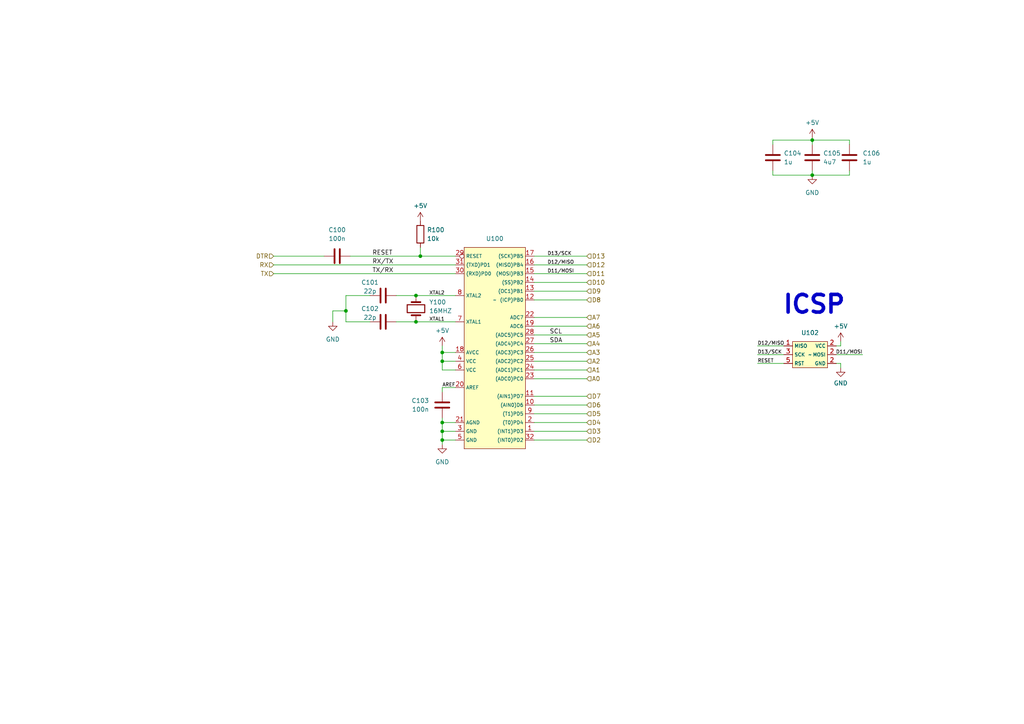
<source format=kicad_sch>
(kicad_sch (version 20230121) (generator eeschema)
  (paper "A4")
  (title_block (title "EEPROM Programer") (date "2024-06-21") (rev "1"))
  (lib_symbols
    (symbol "Device:C" (pin_numbers hide) (pin_names (offset 0.254))
      (property "Reference" "C" (at 0.635 2.54 0))
      (property "Value" "C" (at 0.635 -2.54 0))
      (symbol "C_0_1"
        (polyline (pts (xy -2.032 -0.762) (xy 2.032 -0.762)) (stroke (width 0.508)))
        (polyline (pts (xy -2.032 0.762) (xy 2.032 0.762)) (stroke (width 0.508)))
      )
      (symbol "C_1_1"
        (pin passive line (at 0 3.81 270) (length 2.794) (name "~") (number "1"))
        (pin passive line (at 0 -3.81 90) (length 2.794) (name "~") (number "2"))
      )
    )
    (symbol "Device:Crystal" (pin_numbers hide) (pin_names (offset 1.016) hide)
      (property "Reference" "Y" (at 0 3.81 0))
      (property "Value" "Crystal" (at 0 -3.81 0))
      (symbol "Crystal_0_1"
        (rectangle (start -1.143 2.54) (end 1.143 -2.54) (stroke (width 0.3048)))
        (polyline (pts (xy -2.54 0) (xy -1.905 0)))
        (polyline (pts (xy -1.905 -1.27) (xy -1.905 1.27)) (stroke (width 0.508)))
        (polyline (pts (xy 1.905 -1.27) (xy 1.905 1.27)) (stroke (width 0.508)))
        (polyline (pts (xy 2.54 0) (xy 1.905 0)))
      )
      (symbol "Crystal_1_1"
        (pin passive line (at -3.81 0 0) (length 1.27) (name "1") (number "1"))
        (pin passive line (at 3.81 0 180) (length 1.27) (name "2") (number "2"))
      )
    )
    (symbol "Device:R" (pin_numbers hide) (pin_names (offset 0))
      (property "Reference" "R" (at 2.032 0 90))
      (property "Value" "R" (at 0 0 90))
      (symbol "R_0_1"
        (rectangle (start -1.016 -2.54) (end 1.016 2.54) (stroke (width 0.254)))
      )
      (symbol "R_1_1"
        (pin passive line (at 0 3.81 270) (length 1.27) (name "~") (number "1"))
        (pin passive line (at 0 -3.81 90) (length 1.27) (name "~") (number "2"))
      )
    )
    (symbol "EEPROM_PROGRAMMER:ATMega328P-AU"
      (property "Reference" "U" (at 0 30.48 0))
      (symbol "ATMega328P-AU_1_1"
        (rectangle (start -8.89 29.21) (end 8.89 -29.21) (fill (type background)))
        (pin bidirectional line (at 11.43 -24.13 180) (length 2.54) (name "(INT1)PD3") (number "1"))
        (pin bidirectional line (at 11.43 -16.51 180) (length 2.54) (name "(AIN0)D6") (number "10"))
        (pin bidirectional line (at 11.43 -13.97 180) (length 2.54) (name "(AIN1)PD7") (number "11"))
        (pin bidirectional line (at 11.43 13.97 180) (length 2.54) (name "(ICP)PB0") (number "12"))
        (pin bidirectional line (at 11.43 16.51 180) (length 2.54) (name "(OC1)PB1") (number "13"))
        (pin bidirectional line (at 11.43 19.05 180) (length 2.54) (name "(SS)PB2") (number "14"))
        (pin bidirectional line (at 11.43 21.59 180) (length 2.54) (name "(MOSI)PB3") (number "15"))
        (pin bidirectional line (at 11.43 24.13 180) (length 2.54) (name "(MISO)PB4") (number "16"))
        (pin bidirectional line (at 11.43 26.67 180) (length 2.54) (name "(SCK)PB5") (number "17"))
        (pin input line (at -11.43 -1.27 0) (length 2.54) (name "AVCC") (number "18"))
        (pin bidirectional line (at 11.43 6.35 180) (length 2.54) (name "ADC6") (number "19"))
        (pin bidirectional line (at 11.43 -21.59 180) (length 2.54) (name "(T0)PD4") (number "2"))
        (pin input line (at -11.43 -11.43 0) (length 2.54) (name "AREF") (number "20"))
        (pin input line (at -11.43 -21.59 0) (length 2.54) (name "AGND") (number "21"))
        (pin bidirectional line (at 11.43 8.89 180) (length 2.54) (name "ADC7") (number "22"))
        (pin bidirectional line (at 11.43 -8.89 180) (length 2.54) (name "(ADC0)PC0") (number "23"))
        (pin bidirectional line (at 11.43 -6.35 180) (length 2.54) (name "(ADC1)PC1") (number "24"))
        (pin bidirectional line (at 11.43 -3.81 180) (length 2.54) (name "(ADC2)PC2") (number "25"))
        (pin bidirectional line (at 11.43 -1.27 180) (length 2.54) (name "(ADC3)PC3") (number "26"))
        (pin bidirectional line (at 11.43 1.27 180) (length 2.54) (name "(ADC4)PC4") (number "27"))
        (pin bidirectional line (at 11.43 3.81 180) (length 2.54) (name "(ADC5)PC5") (number "28"))
        (pin input inverted (at -11.43 26.67 0) (length 2.54) (name "RESET") (number "29"))
        (pin input line (at -11.43 -24.13 0) (length 2.54) (name "GND") (number "3"))
        (pin bidirectional line (at -11.43 21.59 0) (length 2.54) (name "(RXD)PD0") (number "30"))
        (pin bidirectional line (at -11.43 24.13 0) (length 2.54) (name "(TXD)PD1") (number "31"))
        (pin bidirectional line (at 11.43 -26.67 180) (length 2.54) (name "(INT0)PD2") (number "32"))
        (pin input line (at -11.43 -3.81 0) (length 2.54) (name "VCC") (number "4"))
        (pin input line (at -11.43 -26.67 0) (length 2.54) (name "GND") (number "5"))
        (pin input line (at -11.43 -6.35 0) (length 2.54) (name "VCC") (number "6"))
        (pin input line (at -11.43 7.62 0) (length 2.54) (name "XTAL1") (number "7"))
        (pin input line (at -11.43 15.24 0) (length 2.54) (name "XTAL2") (number "8"))
        (pin bidirectional line (at 11.43 -19.05 180) (length 2.54) (name "(T1)PD5") (number "9"))
      )
    )
    (symbol "EEPROM_PROGRAMMER:ICSP"
      (property "Reference" "U" (at 0 5.08 0))
      (symbol "ICSP_1_1"
        (rectangle (start -5.08 3.81) (end 5.08 -3.81) (fill (type background)))
        (pin input line (at -7.62 2.54 0) (length 2.54) (name "MISO") (number "1"))
        (pin input line (at 7.62 -2.54 180) (length 2.54) (name "GND") (number "2"))
        (pin input line (at 7.62 0 180) (length 2.54) (name "MOSI") (number "2"))
        (pin input line (at 7.62 2.54 180) (length 2.54) (name "VCC") (number "2"))
        (pin input line (at -7.62 0 0) (length 2.54) (name "SCK") (number "3"))
        (pin input line (at -7.62 -2.54 0) (length 2.54) (name "RST") (number "5"))
      )
    )
    (symbol "power:+5V" (power) (pin_names (offset 0))
      (property "Value" "+5V" (at 0 3.556 0))
      (symbol "+5V_0_1"
        (polyline (pts (xy -0.762 1.27) (xy 0 2.54)))
        (polyline (pts (xy 0 0) (xy 0 2.54)))
        (polyline (pts (xy 0 2.54) (xy 0.762 1.27)))
      )
      (symbol "+5V_1_1"
        (pin power_in line (at 0 0 90) (length 0) hide (name "+5V") (number "1"))
      )
    )
    (symbol "power:GND" (power) (pin_names (offset 0))
      (property "Value" "GND" (at 0 -3.81 0))
      (symbol "GND_0_1"
        (polyline (pts (xy 0 0) (xy 0 -1.27) (xy 1.27 -1.27) (xy 0 -2.54) (xy -1.27 -1.27) (xy 0 -1.27)))
      )
      (symbol "GND_1_1"
        (pin power_in line (at 0 0 270) (length 0) hide (name "GND") (number "1"))
      )
    )
  )
  (junction (at 120.65 93.345))
  (junction (at 120.65 85.725))
  (junction (at 128.27 127.635))
  (junction (at 235.585 50.8))
  (junction (at 128.27 125.095))
  (junction (at 235.585 40.64))
  (junction (at 128.27 104.775))
  (junction (at 100.33 90.17))
  (junction (at 121.92 74.295))
  (junction (at 128.27 122.555))
  (junction (at 128.27 102.235))
  (wire (pts (xy 128.27 127.635) (xy 128.27 128.905)))
  (wire (pts (xy 243.84 99.06) (xy 243.84 100.33)))
  (wire (pts (xy 154.94 122.555) (xy 170.18 122.555)))
  (wire (pts (xy 235.585 50.8) (xy 246.38 50.8)))
  (wire (pts (xy 246.38 40.64) (xy 246.38 41.91)))
  (wire (pts (xy 154.94 81.915) (xy 170.18 81.915)))
  (wire (pts (xy 235.585 40.64) (xy 235.585 41.91)))
  (wire (pts (xy 96.52 90.17) (xy 100.33 90.17)))
  (wire (pts (xy 114.935 93.345) (xy 120.65 93.345)))
  (wire (pts (xy 154.94 104.775) (xy 170.18 104.775)))
  (wire (pts (xy 224.155 50.8) (xy 235.585 50.8)))
  (wire (pts (xy 246.38 49.53) (xy 246.38 50.8)))
  (wire (pts (xy 79.375 76.835) (xy 132.08 76.835)))
  (wire (pts (xy 128.27 122.555) (xy 128.27 125.095)))
  (wire (pts (xy 154.94 74.295) (xy 170.18 74.295)))
  (wire (pts (xy 100.33 85.725) (xy 100.33 90.17)))
  (wire (pts (xy 154.94 120.015) (xy 170.18 120.015)))
  (wire (pts (xy 121.92 74.295) (xy 132.08 74.295)))
  (wire (pts (xy 154.94 92.075) (xy 170.18 92.075)))
  (wire (pts (xy 154.94 99.695) (xy 170.18 99.695)))
  (wire (pts (xy 224.155 40.64) (xy 235.585 40.64)))
  (wire (pts (xy 79.375 79.375) (xy 132.08 79.375)))
  (wire (pts (xy 128.27 112.395) (xy 128.27 113.665)))
  (wire (pts (xy 121.92 71.755) (xy 121.92 74.295)))
  (wire (pts (xy 219.71 102.87) (xy 227.33 102.87)))
  (wire (pts (xy 242.57 100.33) (xy 243.84 100.33)))
  (wire (pts (xy 154.94 109.855) (xy 170.18 109.855)))
  (wire (pts (xy 120.65 85.725) (xy 132.08 85.725)))
  (wire (pts (xy 154.94 107.315) (xy 170.18 107.315)))
  (wire (pts (xy 219.71 105.41) (xy 227.33 105.41)))
  (wire (pts (xy 235.585 49.53) (xy 235.585 50.8)))
  (wire (pts (xy 128.27 121.285) (xy 128.27 122.555)))
  (wire (pts (xy 128.27 122.555) (xy 132.08 122.555)))
  (wire (pts (xy 128.27 102.235) (xy 128.27 104.775)))
  (wire (pts (xy 114.935 85.725) (xy 120.65 85.725)))
  (wire (pts (xy 79.375 74.295) (xy 93.98 74.295)))
  (wire (pts (xy 100.33 90.17) (xy 100.33 93.345)))
  (wire (pts (xy 154.94 114.935) (xy 170.18 114.935)))
  (wire (pts (xy 154.94 94.615) (xy 170.18 94.615)))
  (wire (pts (xy 154.94 127.635) (xy 170.18 127.635)))
  (wire (pts (xy 243.84 105.41) (xy 243.84 106.68)))
  (wire (pts (xy 224.155 40.64) (xy 224.155 41.91)))
  (wire (pts (xy 154.94 76.835) (xy 170.18 76.835)))
  (wire (pts (xy 101.6 74.295) (xy 121.92 74.295)))
  (wire (pts (xy 128.27 125.095) (xy 128.27 127.635)))
  (wire (pts (xy 154.94 125.095) (xy 170.18 125.095)))
  (wire (pts (xy 219.71 100.33) (xy 227.33 100.33)))
  (wire (pts (xy 96.52 90.17) (xy 96.52 93.345)))
  (wire (pts (xy 154.94 86.995) (xy 170.18 86.995)))
  (wire (pts (xy 128.27 102.235) (xy 132.08 102.235)))
  (wire (pts (xy 128.27 125.095) (xy 132.08 125.095)))
  (wire (pts (xy 154.94 117.475) (xy 170.18 117.475)))
  (wire (pts (xy 154.94 79.375) (xy 170.18 79.375)))
  (wire (pts (xy 128.27 107.315) (xy 132.08 107.315)))
  (wire (pts (xy 235.585 40.005) (xy 235.585 40.64)))
  (wire (pts (xy 235.585 40.64) (xy 246.38 40.64)))
  (wire (pts (xy 128.27 100.33) (xy 128.27 102.235)))
  (wire (pts (xy 128.27 112.395) (xy 132.08 112.395)))
  (wire (pts (xy 154.94 102.235) (xy 170.18 102.235)))
  (wire (pts (xy 154.94 97.155) (xy 170.18 97.155)))
  (wire (pts (xy 128.27 127.635) (xy 132.08 127.635)))
  (wire (pts (xy 154.94 84.455) (xy 170.18 84.455)))
  (wire (pts (xy 242.57 105.41) (xy 243.84 105.41)))
  (wire (pts (xy 128.27 104.775) (xy 132.08 104.775)))
  (wire (pts (xy 100.33 93.345) (xy 107.315 93.345)))
  (wire (pts (xy 128.27 104.775) (xy 128.27 107.315)))
  (wire (pts (xy 224.155 49.53) (xy 224.155 50.8)))
  (wire (pts (xy 120.65 93.345) (xy 132.08 93.345)))
  (wire (pts (xy 242.57 102.87) (xy 250.19 102.87)))
  (wire (pts (xy 100.33 85.725) (xy 107.315 85.725)))
  (text "ICSP" (at 226.695 91.44 0) (effects (font (size 5.12 5.12) (thickness 1.024) bold) (justify left bottom)))
  (label "AREF" (at 128.27 112.395 0) (effects (font (size 1 1))))
  (label "XTAL1" (at 124.46 93.345 0) (effects (font (size 1 1))))
  (label "D13{slash}SCK" (at 158.75 74.295 0) (effects (font (size 1 1))))
  (label "TX{slash}RX" (at 107.95 79.375 0))
  (label "RESET" (at 219.71 105.41 0) (effects (font (size 1 1))))
  (label "D12{slash}MISO" (at 219.71 100.33 0) (effects (font (size 1 1))))
  (label "RX{slash}TX" (at 107.95 76.835 0))
  (label "D11{slash}MOSI" (at 250.19 102.87 180) (effects (font (size 1 1))))
  (label "RESET" (at 107.95 74.295 0))
  (label "SCL" (at 159.385 97.155 0))
  (label "D12{slash}MISO" (at 158.75 76.835 0) (effects (font (size 1 1))))
  (label "D13{slash}SCK" (at 219.71 102.87 0) (effects (font (size 1 1))))
  (label "XTAL2" (at 124.46 85.725 0) (effects (font (size 1 1))))
  (label "D11{slash}MOSI" (at 158.75 79.375 0) (effects (font (size 1 1))))
  (label "SDA" (at 159.385 99.695 0))
  (hierarchical_label "D4" (shape input) (at 170.18 122.555 0))
  (hierarchical_label "A0" (shape input) (at 170.18 109.855 0))
  (hierarchical_label "D3" (shape input) (at 170.18 125.095 0))
  (hierarchical_label "A2" (shape input) (at 170.18 104.775 0))
  (hierarchical_label "D10" (shape input) (at 170.18 81.915 0))
  (hierarchical_label "D9" (shape input) (at 170.18 84.455 0))
  (hierarchical_label "A1" (shape input) (at 170.18 107.315 0))
  (hierarchical_label "D6" (shape input) (at 170.18 117.475 0))
  (hierarchical_label "D8" (shape input) (at 170.18 86.995 0))
  (hierarchical_label "D11" (shape input) (at 170.18 79.375 0))
  (hierarchical_label "RX" (shape input) (at 79.375 76.835 180))
  (hierarchical_label "DTR" (shape input) (at 79.375 74.295 180))
  (hierarchical_label "D13" (shape input) (at 170.18 74.295 0))
  (hierarchical_label "D2" (shape input) (at 170.18 127.635 0))
  (hierarchical_label "D5" (shape input) (at 170.18 120.015 0))
  (hierarchical_label "A4" (shape input) (at 170.18 99.695 0))
  (hierarchical_label "A7" (shape input) (at 170.18 92.075 0))
  (hierarchical_label "TX" (shape input) (at 79.375 79.375 180))
  (hierarchical_label "D12" (shape input) (at 170.18 76.835 0))
  (hierarchical_label "D7" (shape input) (at 170.18 114.935 0))
  (hierarchical_label "A5" (shape input) (at 170.18 97.155 0))
  (hierarchical_label "A6" (shape input) (at 170.18 94.615 0))
  (hierarchical_label "A3" (shape input) (at 170.18 102.235 0))
  (symbol (lib_id "EEPROM_PROGRAMMER:ATMega328P-AU") (at 143.51 100.965 0) (unit 1)
    (property "Reference" "U100" (at 143.51 69.215 0))
    (property "Value" "~" (at 143.51 86.995 0))
    (property "Datasheet" "https://www.electrokit.com/upload/product/41012/41012174/0900766b80db4deb.pdf" (effects hide))
  )
  (symbol (lib_id "power:+5V") (at 121.92 64.135 0) (unit 1)
    (property "Reference" "#PWR06" (effects hide))
    (property "Value" "+5V" (at 121.92 59.69 0))
  )
  (symbol (lib_id "power:GND") (at 235.585 50.8 0) (unit 1)
    (property "Reference" "#PWR010" (effects hide))
    (property "Value" "GND" (at 235.585 55.88 0))
  )
  (symbol (lib_id "Device:C") (at 128.27 117.475 0) (mirror y) (unit 1)
    (property "Reference" "C103" (at 124.46 116.205 0) (effects (justify left)))
    (property "Value" "100n" (at 124.46 118.745 0) (effects (justify left)))
    (property "Footprint" "Capacitor_SMD:C_0805_2012Metric_Pad1.18x1.45mm_HandSolder" (effects hide))
  )
  (symbol (lib_id "power:+5V") (at 235.585 40.005 0) (unit 1)
    (property "Reference" "#PWR09" (effects hide))
    (property "Value" "+5V" (at 235.585 35.56 0))
  )
  (symbol (lib_id "Device:C") (at 97.79 74.295 90) (unit 1)
    (property "Reference" "C100" (at 97.79 66.675 90))
    (property "Value" "100n" (at 97.79 69.215 90))
    (property "Footprint" "Capacitor_SMD:C_0805_2012Metric_Pad1.18x1.45mm_HandSolder" (effects hide))
  )
  (symbol (lib_id "Device:C") (at 246.38 45.72 180) (unit 1)
    (property "Reference" "C106" (at 250.19 44.45 0) (effects (justify right)))
    (property "Value" "1u" (at 250.19 46.99 0) (effects (justify right)))
    (property "Footprint" "Capacitor_SMD:C_0805_2012Metric_Pad1.18x1.45mm_HandSolder" (effects hide))
  )
  (symbol (lib_id "Device:C") (at 235.585 45.72 180) (unit 1)
    (property "Reference" "C105" (at 238.76 44.45 0) (effects (justify right)))
    (property "Value" "4u7" (at 238.76 46.99 0) (effects (justify right)))
    (property "Footprint" "Capacitor_SMD:C_0805_2012Metric_Pad1.18x1.45mm_HandSolder" (effects hide))
  )
  (symbol (lib_id "EEPROM_PROGRAMMER:ICSP") (at 234.95 102.87 0) (unit 1)
    (property "Reference" "U102" (at 234.95 96.52 0))
    (property "Value" "~" (at 234.95 102.87 0))
  )
  (symbol (lib_id "power:GND") (at 243.84 106.68 0) (unit 1)
    (property "Reference" "#PWR08" (effects hide))
    (property "Value" "GND" (at 243.84 111.125 0))
  )
  (symbol (lib_id "Device:C") (at 111.125 93.345 90) (unit 1)
    (property "Reference" "C102" (at 107.315 89.535 90))
    (property "Value" "22p" (at 107.315 92.075 90))
    (property "Footprint" "Capacitor_SMD:C_0805_2012Metric_Pad1.18x1.45mm_HandSolder" (effects hide))
  )
  (symbol (lib_id "Device:C") (at 111.125 85.725 90) (unit 1)
    (property "Reference" "C101" (at 107.315 81.915 90))
    (property "Value" "22p" (at 107.315 84.455 90))
    (property "Footprint" "Capacitor_SMD:C_0805_2012Metric_Pad1.18x1.45mm_HandSolder" (effects hide))
  )
  (symbol (lib_id "power:+5V") (at 128.27 100.33 0) (unit 1)
    (property "Reference" "#PWR07" (effects hide))
    (property "Value" "+5V" (at 128.27 95.885 0))
  )
  (symbol (lib_id "Device:C") (at 224.155 45.72 180) (unit 1)
    (property "Reference" "C104" (at 227.33 44.45 0) (effects (justify right)))
    (property "Value" "1u" (at 227.33 46.99 0) (effects (justify right)))
    (property "Footprint" "Capacitor_SMD:C_0805_2012Metric_Pad1.18x1.45mm_HandSolder" (effects hide))
  )
  (symbol (lib_id "power:+5V") (at 243.84 99.06 0) (unit 1)
    (property "Reference" "#PWR02" (effects hide))
    (property "Value" "+5V" (at 243.84 94.615 0))
  )
  (symbol (lib_id "Device:R") (at 121.92 67.945 0) (unit 1)
    (property "Reference" "R100" (at 123.825 66.675 0) (effects (justify left)))
    (property "Value" "10k" (at 123.825 69.215 0) (effects (justify left)))
    (property "Footprint" "Resistor_SMD:R_0805_2012Metric_Pad1.20x1.40mm_HandSolder" (effects hide))
  )
  (symbol (lib_id "power:GND") (at 96.52 93.345 0) (unit 1)
    (property "Reference" "#PWR03" (effects hide))
    (property "Value" "GND" (at 96.52 98.425 0))
  )
  (symbol (lib_id "power:GND") (at 128.27 128.905 0) (unit 1)
    (property "Reference" "#PWR05" (effects hide))
    (property "Value" "GND" (at 128.27 133.985 0))
  )
  (symbol (lib_id "Device:Crystal") (at 120.65 89.535 90) (unit 1)
    (property "Reference" "Y100" (at 124.46 87.63 90) (effects (justify right)))
    (property "Value" "16MHZ" (at 124.46 90.17 90) (effects (justify right)))
  )
)
</source>
